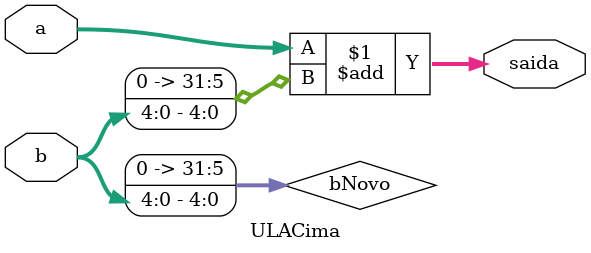
<source format=v>
module ULACima (a, b, saida);
    input [31:0] a;
	 input [4:0] b;
	 wire [31:0]bNovo;
    output [31:0] saida;     
	 assign bNovo = {27'b0,b};
      
    assign saida = a + bNovo; 
endmodule

</source>
